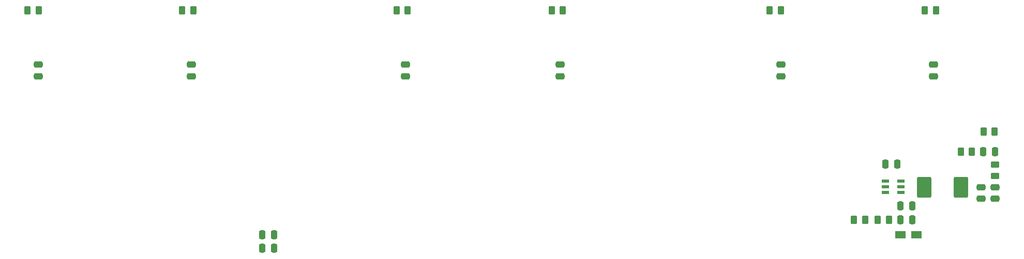
<source format=gbp>
%TF.GenerationSoftware,KiCad,Pcbnew,7.0.5-0*%
%TF.CreationDate,2023-12-27T11:16:32-05:00*%
%TF.ProjectId,nixie,6e697869-652e-46b6-9963-61645f706362,rev?*%
%TF.SameCoordinates,Original*%
%TF.FileFunction,Paste,Bot*%
%TF.FilePolarity,Positive*%
%FSLAX46Y46*%
G04 Gerber Fmt 4.6, Leading zero omitted, Abs format (unit mm)*
G04 Created by KiCad (PCBNEW 7.0.5-0) date 2023-12-27 11:16:32*
%MOMM*%
%LPD*%
G01*
G04 APERTURE LIST*
G04 Aperture macros list*
%AMRoundRect*
0 Rectangle with rounded corners*
0 $1 Rounding radius*
0 $2 $3 $4 $5 $6 $7 $8 $9 X,Y pos of 4 corners*
0 Add a 4 corners polygon primitive as box body*
4,1,4,$2,$3,$4,$5,$6,$7,$8,$9,$2,$3,0*
0 Add four circle primitives for the rounded corners*
1,1,$1+$1,$2,$3*
1,1,$1+$1,$4,$5*
1,1,$1+$1,$6,$7*
1,1,$1+$1,$8,$9*
0 Add four rect primitives between the rounded corners*
20,1,$1+$1,$2,$3,$4,$5,0*
20,1,$1+$1,$4,$5,$6,$7,0*
20,1,$1+$1,$6,$7,$8,$9,0*
20,1,$1+$1,$8,$9,$2,$3,0*%
G04 Aperture macros list end*
%ADD10R,1.250000X0.600000*%
%ADD11RoundRect,0.250000X0.250000X0.475000X-0.250000X0.475000X-0.250000X-0.475000X0.250000X-0.475000X0*%
%ADD12R,1.800000X1.150000*%
%ADD13RoundRect,0.250000X0.475000X-0.250000X0.475000X0.250000X-0.475000X0.250000X-0.475000X-0.250000X0*%
%ADD14RoundRect,0.235000X-0.940000X-1.465000X0.940000X-1.465000X0.940000X1.465000X-0.940000X1.465000X0*%
%ADD15RoundRect,0.250000X0.262500X0.450000X-0.262500X0.450000X-0.262500X-0.450000X0.262500X-0.450000X0*%
%ADD16RoundRect,0.250000X0.450000X-0.262500X0.450000X0.262500X-0.450000X0.262500X-0.450000X-0.262500X0*%
%ADD17RoundRect,0.250000X-0.250000X-0.475000X0.250000X-0.475000X0.250000X0.475000X-0.250000X0.475000X0*%
%ADD18RoundRect,0.250000X-0.475000X0.250000X-0.475000X-0.250000X0.475000X-0.250000X0.475000X0.250000X0*%
%ADD19RoundRect,0.250000X-0.262500X-0.450000X0.262500X-0.450000X0.262500X0.450000X-0.262500X0.450000X0*%
G04 APERTURE END LIST*
D10*
%TO.C,IC9*%
X225037500Y-126550000D03*
X225037500Y-127500000D03*
X225037500Y-128450000D03*
X222537500Y-128450000D03*
X222537500Y-127500000D03*
X222537500Y-126550000D03*
%TD*%
D11*
%TO.C,C6*%
X122450000Y-137600000D03*
X120550000Y-137600000D03*
%TD*%
%TO.C,C17*%
X240450000Y-121700000D03*
X238550000Y-121700000D03*
%TD*%
D12*
%TO.C,C10*%
X224987500Y-135400000D03*
X227587500Y-135400000D03*
%TD*%
D13*
%TO.C,C1*%
X83842600Y-109350000D03*
X83842600Y-107450000D03*
%TD*%
%TO.C,C4*%
X169300000Y-109350000D03*
X169300000Y-107450000D03*
%TD*%
%TO.C,C9*%
X230434000Y-109350000D03*
X230434000Y-107450000D03*
%TD*%
%TO.C,C2*%
X108934000Y-109350000D03*
X108934000Y-107450000D03*
%TD*%
D14*
%TO.C,L1*%
X228875000Y-127600000D03*
X234925000Y-127600000D03*
%TD*%
D15*
%TO.C,R12*%
X223100000Y-132900000D03*
X221275000Y-132900000D03*
%TD*%
D16*
%TO.C,R14*%
X240500000Y-125700000D03*
X240500000Y-123875000D03*
%TD*%
D15*
%TO.C,R3*%
X144312500Y-98500000D03*
X142487500Y-98500000D03*
%TD*%
D13*
%TO.C,C3*%
X144000000Y-109350000D03*
X144000000Y-107450000D03*
%TD*%
D17*
%TO.C,C13*%
X225000000Y-130600000D03*
X226900000Y-130600000D03*
%TD*%
D18*
%TO.C,C16*%
X240500000Y-127550000D03*
X240500000Y-129450000D03*
%TD*%
D19*
%TO.C,R8*%
X228987500Y-98500000D03*
X230812500Y-98500000D03*
%TD*%
D11*
%TO.C,C11*%
X122450000Y-135400000D03*
X120550000Y-135400000D03*
%TD*%
D15*
%TO.C,R2*%
X109212500Y-98500000D03*
X107387500Y-98500000D03*
%TD*%
D17*
%TO.C,C14*%
X222550000Y-123800000D03*
X224450000Y-123800000D03*
%TD*%
D18*
%TO.C,C15*%
X238200000Y-127550000D03*
X238200000Y-129450000D03*
%TD*%
D15*
%TO.C,R4*%
X169712500Y-98500000D03*
X167887500Y-98500000D03*
%TD*%
D19*
%TO.C,R7*%
X203587500Y-98500000D03*
X205412500Y-98500000D03*
%TD*%
D15*
%TO.C,R1*%
X83912500Y-98500000D03*
X82087500Y-98500000D03*
%TD*%
D17*
%TO.C,C12*%
X225000000Y-132900000D03*
X226900000Y-132900000D03*
%TD*%
D15*
%TO.C,R15*%
X240412500Y-118400000D03*
X238587500Y-118400000D03*
%TD*%
%TO.C,R16*%
X236712500Y-121700000D03*
X234887500Y-121700000D03*
%TD*%
%TO.C,R13*%
X219200000Y-132900000D03*
X217375000Y-132900000D03*
%TD*%
D13*
%TO.C,C8*%
X205434000Y-109350000D03*
X205434000Y-107450000D03*
%TD*%
M02*

</source>
